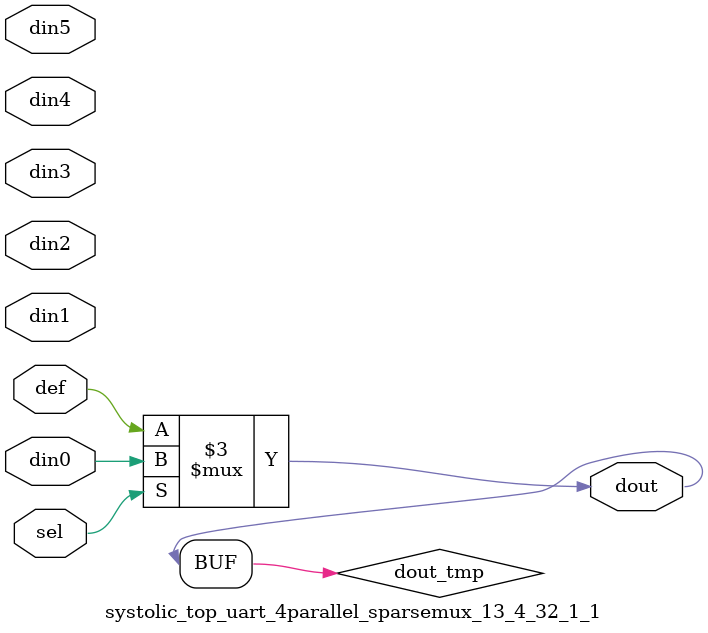
<source format=v>
`timescale 1ns / 1ps

module systolic_top_uart_4parallel_sparsemux_13_4_32_1_1 (din0,din1,din2,din3,din4,din5,def,sel,dout);

parameter din0_WIDTH = 1;

parameter din1_WIDTH = 1;

parameter din2_WIDTH = 1;

parameter din3_WIDTH = 1;

parameter din4_WIDTH = 1;

parameter din5_WIDTH = 1;

parameter def_WIDTH = 1;
parameter sel_WIDTH = 1;
parameter dout_WIDTH = 1;

parameter [sel_WIDTH-1:0] CASE0 = 1;

parameter [sel_WIDTH-1:0] CASE1 = 1;

parameter [sel_WIDTH-1:0] CASE2 = 1;

parameter [sel_WIDTH-1:0] CASE3 = 1;

parameter [sel_WIDTH-1:0] CASE4 = 1;

parameter [sel_WIDTH-1:0] CASE5 = 1;

parameter ID = 1;
parameter NUM_STAGE = 1;



input [din0_WIDTH-1:0] din0;

input [din1_WIDTH-1:0] din1;

input [din2_WIDTH-1:0] din2;

input [din3_WIDTH-1:0] din3;

input [din4_WIDTH-1:0] din4;

input [din5_WIDTH-1:0] din5;

input [def_WIDTH-1:0] def;
input [sel_WIDTH-1:0] sel;

output [dout_WIDTH-1:0] dout;



reg [dout_WIDTH-1:0] dout_tmp;


always @ (*) begin
(* parallel_case *) case (sel)
    
    CASE0 : dout_tmp = din0;
    
    CASE1 : dout_tmp = din1;
    
    CASE2 : dout_tmp = din2;
    
    CASE3 : dout_tmp = din3;
    
    CASE4 : dout_tmp = din4;
    
    CASE5 : dout_tmp = din5;
    
    default : dout_tmp = def;
endcase
end


assign dout = dout_tmp;



endmodule

</source>
